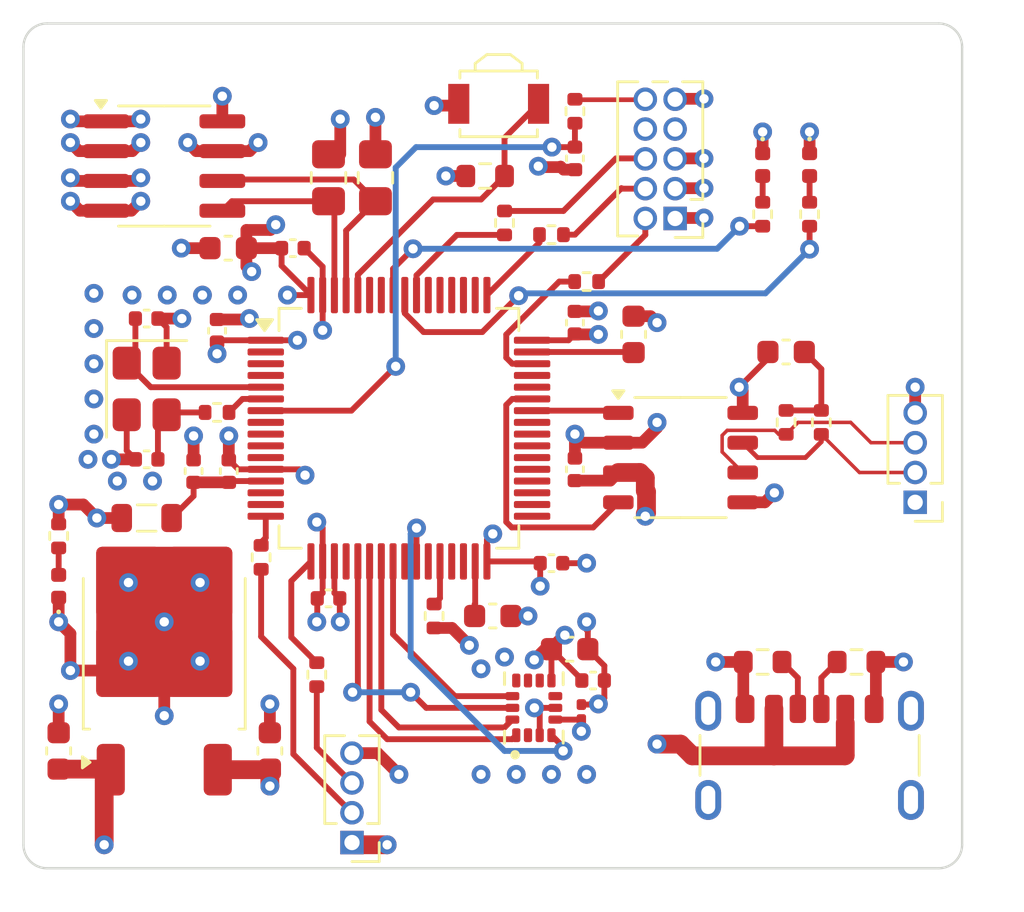
<source format=kicad_pcb>
(kicad_pcb (version 20241229) (generator "pcbnew") (generator_version "9.0")
  (layers (0 "F.Cu" signal) (4 "In1.Cu" power) (6 "In2.Cu" power) (2 "B.Cu" signal) (13 "F.Paste" user) (15 "B.Paste" user) (5 "F.SilkS" user "F.Silkscreen") (7 "B.SilkS" user "B.Silkscreen") (1 "F.Mask" user) (3 "B.Mask" user) (25 "Edge.Cuts" user))
  (net 0 "")
  (net 1 "+3.3V")
  (net 2 "GND")
  (net 3 "+5V")
  (net 4 "+3.3VA")
  (net 5 "HSE_IN")
  (net 6 "/Connectors/CAN1+")
  (net 7 "/Connectors/CAN1-")
  (net 8 "NRST")
  (net 9 "HSE_OUT")
  (net 10 "BOOT0")
  (net 11 "BOOT1")
  (net 12 "SWDIO")
  (net 13 "SWCLK")
  (net 14 "SWO")
  (net 15 "GYRO_INT1")
  (net 16 "GYRO_CS")
  (net 19 "GYRO_MISO")
  (net 23 "GYRO_MOSI")
  (net 24 "GYRO_SCK")
  (net 25 "EEPROM_SCL")
  (net 26 "EEPROM_SDA")
  (net 27 "CAN1_TX")
  (net 28 "CAN1_RX")
  (net 29 "Net-(D3-A)")
  (net 30 "Net-(D4-A)")
  (net 31 "Net-(J2-Pin_3)")
  (net 32 "Net-(J2-Pin_2)")
  (net 33 "USART2_TX")
  (net 34 "USART2_RX")
  (net 35 "STATUS_LED1")
  (net 36 "STATUS_LED2")
  (net 38 "Net-(C31-Pad1)")
  (net 39 "Net-(U200-VCAP_1)")
  (net 40 "Net-(U200-VCAP_2)")
  (net 41 "Net-(C211-Pad1)")
  (net 43 "Net-(J401-Pin_6)")
  (net 44 "Net-(J401-Pin_2)")
  (net 45 "Net-(J401-Pin_10)")
  (net 46 "Net-(J401-Pin_4)")
  (net 79 "Net-(D5-A)")
  (net 81 "Net-(J3-CC1)")
  (net 82 "Net-(J3-CC2)")
  (footprint "Capacitor_SMD:C_0402_1005Metric" (layer "F.Cu") (at 130.8011 105.39526 90)
    (property "Reference" "C207" (hide yes))
    (property "Value" "10n" (hide yes))
  )
  (footprint "Capacitor_SMD:C_0402_1005Metric" (layer "F.Cu") (at 130.3011 99.41526 90)
    (property "Reference" "C201" (hide yes))
    (property "Value" "100n" (hide yes))
  )
  (footprint "Capacitor_SMD:C_0603_1608Metric" (layer "F.Cu") (at 142.0511 111.57026)
    (property "Reference" "C208" (hide yes))
    (property "Value" "2u2" (hide yes))
  )
  (footprint "MountingHole:MountingHole_2mm" (layer "F.Cu") (at 159.5511 110.32026)
    (property "Reference" "H3" (hide yes))
    (property "Value" "MountingHole")
  )
  (footprint "Resistor_SMD:R_0402_1005Metric" (layer "F.Cu") (at 130.3011 102.89526 180)
    (property "Reference" "R200" (hide yes))
    (property "Value" "47" (hide yes))
  )
  (footprint "Capacitor_SMD:C_0402_1005Metric" (layer "F.Cu") (at 133.5311 95.89526)
    (property "Reference" "C205" (hide yes))
    (property "Value" "100n" (hide yes))
  )
  (footprint "Resistor_SMD:R_0603_1608Metric" (layer "F.Cu") (at 141.7261 92.82026 180)
    (property "Reference" "R9" (hide yes))
    (property "Value" "10k" (hide yes))
  )
  (footprint "Connector_PinHeader_1.27mm:PinHeader_1x04_P1.27mm_Vertical" (layer "F.Cu") (at 160.0511 106.72526 180)
    (property "Reference" "J1" (hide yes))
    (property "Value" "pinheader")
  )
  (footprint "Resistor_SMD:R_0402_1005Metric" (layer "F.Cu") (at 154.5511 103.32026 90)
    (property "Reference" "R19" (hide yes))
    (property "Value" "60R")
  )
  (footprint "Capacitor_SMD:C_0603_1608Metric" (layer "F.Cu") (at 132.5511 117.32026 90)
    (property "Reference" "C5" (hide yes))
    (property "Value" "2u2")
  )
  (footprint "Capacitor_SMD:C_0603_1608Metric" (layer "F.Cu") (at 130.7761 95.89526 180)
    (property "Reference" "C200" (hide yes))
    (property "Value" "4u7" (hide yes))
  )
  (footprint "Capacitor_SMD:C_0402_1005Metric" (layer "F.Cu") (at 145.5511 99.07026 90)
    (property "Reference" "C204" (hide yes))
    (property "Value" "100n" (hide yes))
  )
  (footprint "LED_SMD:LED_0402_1005Metric" (layer "F.Cu") (at 123.5511 110.30526 90)
    (property "Reference" "D5" (hide yes))
    (property "Value" "LED")
  )
  (footprint "Resistor_SMD:R_0402_1005Metric" (layer "F.Cu") (at 144.5511 95.32026)
    (property "Reference" "R401" (hide yes))
    (property "Value" "22" (hide yes))
  )
  (footprint "Capacitor_SMD:C_0201_0603Metric" (layer "F.Cu") (at 145.8251 115.66526 90)
    (property "Reference" "C10" (hide yes))
    (property "Value" "10n" (hide yes))
  )
  (footprint "MountingHole:MountingHole_2mm" (layer "F.Cu") (at 159.5511 88.82026)
    (property "Reference" "H1" (hide yes))
    (property "Value" "MountingHole")
  )
  (footprint "Capacitor_SMD:C_0603_1608Metric" (layer "F.Cu") (at 154.5511 100.32026 180)
    (property "Reference" "C31" (hide yes))
    (property "Value" "4n7" (hide yes))
  )
  (footprint "nxp:sot96-1_soic-8" (layer "F.Cu") (at 150.0511 104.82026)
    (property "Reference" "U6" (hide yes))
    (property "Value" "TJA1051T/3" (hide yes))
  )
  (footprint "Button_Switch_SMD:SW_SPST_B3U-3000P-B" (layer "F.Cu") (at 142.3011 89.74526)
    (property "Reference" "SW1" (hide yes))
    (property "Value" "SW_SPST")
  )
  (footprint "Capacitor_SMD:C_0402_1005Metric" (layer "F.Cu") (at 127.3011 104.89526 180)
    (property "Reference" "C211" (hide yes))
    (property "Value" "12p" (hide yes))
  )
  (footprint "Capacitor_SMD:C_0402_1005Metric" (layer "F.Cu") (at 145.5511 105.32026 90)
    (property "Reference" "C2" (hide yes))
    (property "Value" "100n")
  )
  (footprint "Crystal:Crystal_SMD_3225-4Pin_3.2x2.5mm" (layer "F.Cu") (at 127.3011 101.89526 -90)
    (property "Reference" "Y200" (hide yes))
    (property "Value" "16MHz" (hide yes))
  )
  (footprint "Capacitor_SMD:C_0402_1005Metric" (layer "F.Cu") (at 145.5511 92.07026 -90)
    (property "Reference" "C400" (hide yes))
    (property "Value" "100n" (hide yes))
  )
  (footprint "Capacitor_SMD:C_0603_1608Metric" (layer "F.Cu") (at 145.3251 112.98526)
    (property "Reference" "C4" (hide yes))
    (property "Value" "2u2")
  )
  (footprint "Capacitor_SMD:C_0402_1005Metric" (layer "F.Cu") (at 144.5511 109.32026)
    (property "Reference" "C203" (hide yes))
    (property "Value" "100n" (hide yes))
  )
  (footprint "Resistor_SMD:R_0603_1608Metric" (layer "F.Cu") (at 153.5511 113.53026 180)
    (property "Reference" "R2" (hide yes))
    (property "Value" "5k1")
  )
  (footprint "Resistor_SMD:R_0402_1005Metric" (layer "F.Cu") (at 153.5511 94.45026 90)
    (property "Reference" "R14" (hide yes))
    (property "Value" "330R")
  )
  (footprint "Inductor_SMD:L_0805_2012Metric" (layer "F.Cu") (at 127.3011 107.39526 180)
    (property "Reference" "FB200" (hide yes))
    (property "Value" "600 @ 600 MHz" (hide yes))
  )
  (footprint "Resistor_SMD:R_0402_1005Metric" (layer "F.Cu") (at 134.5511 114.07026 90)
    (property "Reference" "R407" (hide yes))
    (property "Value" "22" (hide yes))
  )
  (footprint "Resistor_SMD:R_0805_2012Metric_Pad1.20x1.40mm_HandSolder" (layer "F.Cu") (at 137.0511 92.89526 -90)
    (property "Reference" "R24" (hide yes))
    (property "Value" "1k5")
  )
  (footprint "ICM_42688_P:PQFN50P300X250X97-14N" (layer "F.Cu") (at 143.8011 115.48526 90)
    (property "Reference" "U2" (hide yes))
    (property "Value" "ICM-42688-P" (hide yes))
  )
  (footprint "Capacitor_SMD:C_0603_1608Metric" (layer "F.Cu") (at 123.5511 117.32026 90)
    (property "Reference" "C3" (hide yes))
    (property "Value" "1u" (hide yes))
  )
  (footprint "Resistor_SMD:R_0402_1005Metric" (layer "F.Cu") (at 139.5511 111.57026 -90)
    (property "Reference" "R203" (hide yes))
    (property "Value" "10k" (hide yes))
  )
  (footprint "Resistor_SMD:R_0402_1005Metric" (layer "F.Cu") (at 156.0511 103.32026 90)
    (property "Reference" "R20" (hide yes))
    (property "Value" "60R")
  )
  (footprint "Package_QFP:LQFP-64_10x10mm_P0.5mm" (layer "F.Cu") (at 138.0511 103.57026)
    (property "Reference" "U200" (hide yes))
    (property "Value" "STM32F405RGT6" (hide yes))
  )
  (footprint "Capacitor_SMD:C_0603_1608Metric" (layer "F.Cu") (at 148.0511 99.57026 90)
    (property "Reference" "C209" (hide yes))
    (property "Value" "2u2" (hide yes))
  )
  (footprint "Package_SO:SOIC-8_3.9x4.9mm_P1.27mm" (layer "F.Cu") (at 128.0511 92.39526)
    (property "Reference" "U4" (hide yes))
    (property "Value" "AT24C256" (hide yes))
  )
  (footprint "Resistor_SMD:R_0402_1005Metric" (layer "F.Cu") (at 132.179132 109.07026 90)
    (property "Reference" "R406" (hide yes))
    (property "Value" "22" (hide yes))
  )
  (footprint "Connector_PinHeader_1.27mm:PinHeader_2x05_P1.27mm_Vertical" (layer "F.Cu") (at 149.8211 94.63026 180)
    (property "Reference" "J401" (hide yes))
    (property "Value" "SWD")
  )
  (footprint "Capacitor_SMD:C_0402_1005Metric" (layer "F.Cu") (at 129.3011 105.39526 90)
    (property "Reference" "C206" (hide yes))
    (property "Value" "1u" (hide yes))
  )
  (footprint "MountingHole:MountingHole_2mm" (layer "F.Cu") (at 134.0511 88.32026)
    (property "Reference" "H2" (hide yes))
    (property "Value" "MountingHole")
  )
  (footprint "common:molex_2171750001_usb_c_6p" (layer "F.Cu") (at 155.5511 118.61026)
    (property "Reference" "J3" (hide yes))
    (property "Value" "2171750001")
  )
  (footprint "Resistor_SMD:R_0402_1005Metric" (layer "F.Cu") (at 146.0511 97.32026)
    (property "Reference" "R400" (hide yes))
    (property "Value" "22" (hide yes))
  )
  (footprint "Resistor_SMD:R_0805_2012Metric_Pad1.20x1.40mm_HandSolder" (layer "F.Cu") (at 135.0511 92.89526 -90)
    (property "Reference" "R23" (hide yes))
    (property "Value" "1k5")
  )
  (footprint "Resistor_SMD:R_0402_1005Metric" (layer "F.Cu") (at 155.5511 94.45026 90)
    (property "Reference" "R13" (hide yes))
    (property "Value" "330R")
  )
  (footprint "Resistor_SMD:R_0402_1005Metric" (layer "F.Cu") (at 123.5511 108.16026 -90)
    (property "Reference" "R29" (hide yes))
    (property "Value" "330R")
  )
  (footprint "Capacitor_SMD:C_0402_1005Metric" (layer "F.Cu") (at 146.3251 114.32026)
    (property "Reference" "C1" (hide yes))
    (property "Value" "0.1u" (hide yes))
  )
  (footprint "LED_SMD:LED_0402_1005Metric" (layer "F.Cu") (at 155.5511 92.33526 -90)
    (property "Reference" "D3" (hide yes))
    (property "Value" "LED")
  )
  (footprint "Resistor_SMD:R_0402_1005Metric" (layer "F.Cu") (at 142.5511 94.82026 90)
    (property "Reference" "R402" (hide yes))
    (property "Value" "22" (hide yes))
  )
  (footprint "Capacitor_SMD:C_0402_1005Metric" (layer "F.Cu") (at 127.3011 98.89526)
    (property "Reference" "C210" (hide yes))
    (property "Value" "12p" (hide yes))
  )
  (footprint "Connector_PinHeader_1.27mm:PinHeader_1x04_P1.27mm_Vertical" (layer "F.Cu") (at 136.0511 121.22526 180)
    (property "Reference" "J2" (hide yes))
    (property "Value" "pinheader")
  )
  (footprint "LED_SMD:LED_0402_1005Metric" (layer "F.Cu") (at 153.5511 92.33526 -90)
    (property "Reference" "D4" (hide yes))
    (property "Value" "LED")
  )
  (footprint "Resistor_SMD:R_0603_1608Metric" (layer "F.Cu") (at 157.5511 113.53026)
    (property "Reference" "R1" (hide yes))
    (property "Value" "5k1")
  )
  (footprint "common:to-252-2_dpak-2-leg" (layer "F.Cu") (at 128.0511 113.08026 90)
    (property "Reference" "U1" (hide yes))
    (property "Value" "ld39150dt33-r" (hide yes))
  )
  (footprint "Resistor_SMD:R_0402_1005Metric" (layer "F.Cu") (at 145.5511 90.06026 90)
    (property "Reference" "R403" (hide yes))
    (property "Value" "22" (hide yes))
  )
  (footprint "Capacitor_SMD:C_0402_1005Metric" (layer "F.Cu") (at 135.0511 110.82026 180)
    (property "Reference" "C202" (hide yes))
    (property "Value" "100n" (hide yes))
  )
  (gr_line (start 148.5511 89.57026) (end 145.5511 89.57026) (stroke (width 0.2)) (layer "F.Cu") (net 45))
  (gr_line (start 162.0511 87.32026) (end 162.0511 121.3203) (stroke (width 0.1)) (layer "Edge.Cuts"))
  (gr_line (start 123.0511 122.32026) (end 161.0511 122.32026) (stroke (width 0.1)) (layer "Edge.Cuts"))
  (gr_arc (start 162.0511 121.3203) (mid 161.758201 122.027371) (end 161.0511 122.32026) (stroke (width 0.1)) (layer "Edge.Cuts"))
  (gr_arc (start 122.0511 87.3203) (mid 122.347935 86.60929) (end 123.062154 86.32026) (stroke (width 0.1)) (layer "Edge.Cuts"))
  (gr_line (start 122.0511 87.3203) (end 122.0511 121.331062) (stroke (width 0.1)) (layer "Edge.Cuts"))
  (gr_arc (start 123.0511 122.32026) (mid 122.347831 122.03115) (end 122.0511 121.331062) (stroke (width 0.1)) (layer "Edge.Cuts"))
  (gr_arc (start 161.0511 86.32026) (mid 161.758186 86.613157) (end 162.0511 87.32026) (stroke (width 0.1)) (layer "Edge.Cuts"))
  (gr_line (start 123.062154 86.32026) (end 161.0511 86.32026) (stroke (width 0.1)) (layer "Edge.Cuts"))
  (via (at 143.0511 118.32026) (size 0.8) (drill 0.4) (layers "F.Cu" "B.Cu") (net 0))
  (via (at 126.0511 105.82026) (size 0.8) (drill 0.4) (layers "F.Cu" "B.Cu") (net 0))
  (via (at 124.8011 104.89526) (size 0.8) (drill 0.4) (layers "F.Cu" "B.Cu") (net 0))
  (via (at 127.5511 105.82026) (size 0.8) (drill 0.4) (layers "F.Cu" "B.Cu") (net 0))
  (via (at 146.0511 118.32026) (size 0.8) (drill 0.4) (layers "F.Cu" "B.Cu") (net 0))
  (via (at 141.5511 113.82026) (size 0.8) (drill 0.4) (layers "F.Cu" "B.Cu") (net 0))
  (via (at 131.179132 97.89526) (size 0.8) (drill 0.4) (layers "F.Cu" "B.Cu") (net 0))
  (via (at 141.5511 118.32026) (size 0.8) (drill 0.4) (layers "F.Cu" "B.Cu") (net 0))
  (via (at 129.679132 97.89526) (size 0.8) (drill 0.4) (layers "F.Cu" "B.Cu") (net 0))
  (via (at 125.0511 97.82026) (size 0.8) (drill 0.4) (layers "F.Cu" "B.Cu") (net 0))
  (via (at 128.179132 97.89526) (size 0.8) (drill 0.4) (layers "F.Cu" "B.Cu") (net 0))
  (via (at 142.5511 113.32026) (size 0.8) (drill 0.4) (layers "F.Cu" "B.Cu") (net 0))
  (via (at 144.5511 118.32026) (size 0.8) (drill 0.4) (layers "F.Cu" "B.Cu") (net 0))
  (via (at 126.679132 97.89526) (size 0.8) (drill 0.4) (layers "F.Cu" "B.Cu") (net 0))
  (via (at 125.0511 100.82026) (size 0.8) (drill 0.4) (layers "F.Cu" "B.Cu") (net 0))
  (via (at 125.0511 102.32026) (size 0.8) (drill 0.4) (layers "F.Cu" "B.Cu") (net 0))
  (via (at 125.0511 99.32026) (size 0.8) (drill 0.4) (layers "F.Cu" "B.Cu") (net 0))
  (via (at 125.0511 103.82026) (size 0.8) (drill 0.4) (layers "F.Cu" "B.Cu") (net 0))
  (segment (start 135.3011 109.24526) (end 135.3011 110.59026) (width 0.25) (layer "F.Cu") (net 1))
  (segment (start 135.5511 91.89526) (end 135.5511 90.39526) (width 0.5) (layer "F.Cu") (net 1))
  (segment (start 137.0511 91.89526) (end 137.0511 90.32026) (width 0.5) (layer "F.Cu") (net 1))
  (segment (start 130.3311 118.12026) (end 132.5261 118.12026) (width 0.8) (layer "F.Cu") (net 1))
  (segment (start 132.5761 95.12026) (end 132.8011 94.89526) (width 0.5) (layer "F.Cu") (net 1))
  (segment (start 135.5511 111.82026) (end 135.5311 111.80026) (width 0.25) (layer "F.Cu") (net 1))
  (segment (start 132.3761 99.82026) (end 130.3761 99.82026) (width 0.25) (layer "F.Cu") (net 1))
  (segment (start 123.5511 106.82026) (end 124.604132 106.82026) (width 0.5) (layer "F.Cu") (net 1))
  (segment (start 145.122205 112.387905) (end 144.922455 112.387905) (width 0.25) (layer "F.Cu") (net 1))
  (segment (start 130.3011 100.39526) (end 130.3011 99.89526) (width 0.5) (layer "F.Cu") (net 1))
  (segment (start 134.3011 97.89526) (end 133.3011 97.89526) (width 0.25) (layer "F.Cu") (net 1))
  (segment (start 131.5511 96.67026) (end 131.7761 96.89526) (width 0.5) (layer "F.Cu") (net 1))
  (segment (start 144.922455 112.387905) (end 144.5501 112.76026) (width 0.25) (layer "F.Cu") (net 1))
  (segment (start 133.0511 96.64526) (end 133.0511 95.89526) (width 0.25) (layer "F.Cu") (net 1))
  (segment (start 144.5511 114.32026) (end 144.5511 112.98626) (width 0.25) (layer "F.Cu") (net 1))
  (segment (start 135.3011 110.59026) (end 135.5311 110.82026) (width 0.25) (layer "F.Cu") (net 1))
  (segment (start 125.179132 107.39526) (end 126.2386 107.39526) (width 0.5) (layer "F.Cu") (net 1))
  (segment (start 145.8451 114.28026) (end 144.5501 112.98526) (width 0.25) (layer "F.Cu") (net 1))
  (segment (start 135.5311 110.82026) (end 135.5311 111.80026) (width 0.25) (layer "F.Cu") (net 1))
  (segment (start 123.5511 106.82026) (end 123.5511 107.65026) (width 0.5) (layer "F.Cu") (net 1))
  (segment (start 131.5511 95.12026) (end 132.5761 95.12026) (width 0.5) (layer "F.Cu") (net 1))
  (segment (start 144.273912 112.98526) (end 143.818523 113.440649) (width 0.5) (layer "F.Cu") (net 1))
  (segment (start 132.5511 118.09526) (end 132.5511 118.82026) (width 0.8) (layer "F.Cu") (net 1))
  (segment (start 141.8011 108.32026) (end 142.0511 108.07026) (width 0.25) (layer "F.Cu") (net 1))
  (segment (start 141.8011 109.24526) (end 141.8011 108.32026) (width 0.25) (layer "F.Cu") (net 1))
  (segment (start 144.0711 109.32026) (end 144.0711 110.30026) (width 0.25) (layer "F.Cu") (net 1))
  (segment (start 141.8011 109.24526) (end 143.9961 109.24526) (width 0.25) (layer "F.Cu") (net 1))
  (segment (start 131.5511 95.89526) (end 131.5511 95.12026) (width 0.5) (layer "F.Cu") (net 1))
  (segment (start 146.5511 99.57026) (end 145.5711 99.57026) (width 0.5) (layer "F.Cu") (net 1))
  (segment (start 145.2811 99.82026) (end 145.5511 99.55026) (width 0.25) (layer "F.Cu") (net 1))
  (segment (start 153.6461 106.72526) (end 152.7011 106.72526) (width 0.5) (layer "F.Cu") (net 1))
  (segment (start 139.5511 89.82026) (end 140.5261 89.82026) (width 0.5) (layer "F.Cu") (net 1))
  (segment (start 131.5511 95.89526) (end 133.0511 95.89526) (width 0.5) (layer "F.Cu") (net 1))
  (segment (start 145.8251 115.98526) (end 144.7161 115.98526) (width 0.25) (layer "F.Cu") (net 1))
  (segment (start 130.5261 90.49026) (end 130.5261 89.42026) (width 0.5) (layer "F.Cu") (net 1))
  (segment (start 131.5511 96.67026) (end 131.5511 95.89526) (width 0.5) (layer "F.Cu") (net 1))
  (segment (start 134.3011 97.89526) (end 133.0511 96.64526) (width 0.25) (layer "F.Cu") (net 1))
  (segment (start 132.3761 99.82026) (end 133.7261 99.82026) (width 0.25) (layer "F.Cu") (net 1))
  (segment (start 143.7261 99.82026) (end 145.2811 99.82026) (width 0.25) (layer "F.Cu") (net 1))
  (segment (start 145.8251 115.98526) (end 145.8251 116.48526) (width 0.25) (layer "F.Cu") (net 1))
  (segment (start 154.0511 106.32026) (end 153.6461 106.72526) (width 0.5) (layer "F.Cu") (net 1))
  (segment (start 151.0511 94.61026) (end 149.8411 94.61026) (width 0.5) (layer "F.Cu") (net 1))
  (segment (start 124.604132 106.82026) (end 125.179132 107.39526) (width 0.5) (layer "F.Cu") (net 1))
  (via (at 135.5511 90.39526) (size 0.8) (drill 0.4) (layers "F.Cu" "B.Cu") (net 1))
  (via (at 132.8011 94.89526) (size 0.8) (drill 0.4) (layers "F.Cu" "B.Cu") (net 1))
  (via (at 130.3011 100.39526) (size 0.8) (drill 0.4) (layers "F.Cu" "B.Cu") (net 1))
  (via (at 131.7761 96.89526) (size 0.8) (drill 0.4) (layers "F.Cu" "B.Cu") (net 1))
  (via (at 142.0511 108.07026) (size 0.8) (drill 0.4) (layers "F.Cu" "B.Cu") (net 1))
  (via (at 125.179132 107.39526) (size 0.8) (drill 0.4) (layers "F.Cu" "B.Cu") (net 1))
  (via (at 132.5511 118.82026) (size 0.8) (drill 0.4) (layers "F.Cu" "B.Cu") (net 1))
  (via (at 137.0511 90.32026) (size 0.8) (drill 0.4) (layers "F.Cu" "B.Cu") (net 1))
  (via (at 151.0511 94.61026) (size 0.8) (drill 0.4) (layers "F.Cu" "B.Cu") (net 1))
  (via (at 130.5261 89.42026) (size 0.8) (drill 0.4) (layers "F.Cu" "B.Cu") (net 1))
  (via (at 145.8251 116.48526) (size 0.8) (drill 0.4) (layers "F.Cu" "B.Cu") (net 1))
  (via (at 145.122205 112.387905) (size 0.8) (drill 0.4) (layers "F.Cu" "B.Cu") (net 1))
  (via (at 139.5511 89.82026) (size 0.8) (drill 0.4) (layers "F.Cu" "B.Cu") (net 1))
  (via (at 123.5511 106.82026) (size 0.8) (drill 0.4) (layers "F.Cu" "B.Cu") (net 1))
  (via (at 154.0511 106.32026) (size 0.8) (drill 0.4) (layers "F.Cu" "B.Cu") (net 1))
  (via (at 144.0711 110.30026) (size 0.8) (drill 0.4) (layers "F.Cu" "B.Cu") (net 1))
  (via (at 133.7261 99.82026) (size 0.8) (drill 0.4) (layers "F.Cu" "B.Cu") (net 1))
  (via (at 135.5511 111.82026) (size 0.8) (drill 0.4) (layers "F.Cu" "B.Cu") (net 1))
  (via (at 133.3011 97.89526) (size 0.8) (drill 0.4) (layers "F.Cu" "B.Cu") (net 1))
  (via (at 146.5511 99.57026) (size 0.8) (drill 0.4) (layers "F.Cu" "B.Cu") (net 1))
  (via (at 143.818523 113.440649) (size 0.8) (drill 0.4) (layers "F.Cu" "B.Cu") (net 1))
  (segment (start 145.5511 98.59026) (end 146.5311 98.59026) (width 0.5) (layer "F.Cu") (net 2))
  (segment (start 148.7761 98.79526) (end 149.0511 99.07026) (width 0.5) (layer "F.Cu") (net 2))
  (segment (start 143.5511 111.57026) (end 142.8261 111.57026) (width 0.5) (layer "F.Cu") (net 2))
  (segment (start 144.7161 115.48526) (end 143.8251 115.48526) (width 0.25) (layer "F.Cu") (net 2))
  (segment (start 134.8011 97.89526) (end 134.8011 96.68526) (width 0.25) (layer "F.Cu") (net 2))
  (segment (start 144.218604 92.44126) (end 144.923596 92.44126) (width 0.5) (layer "F.Cu") (net 2))
  (segment (start 133.8011 105.32026) (end 134.0511 105.57026) (width 0.25) (layer "F.Cu") (net 2))
  (segment (start 140.9011 92.82026) (end 140.0511 92.82026) (width 0.5) (layer "F.Cu") (net 2))
  (segment (start 137.1461 117.41526) (end 138.0511 118.32026) (width 0.5) (layer "F.Cu") (net 2))
  (segment (start 130.5261 91.76026) (end 131.6861 91.76026) (width 0.5) (layer "F.Cu") (net 2))
  (segment (start 152.7011 102.91526) (end 152.7011 101.97026) (width 0.5) (layer "F.Cu") (net 2))
  (segment (start 124.1461 90.49026) (end 124.0511 90.39526) (width 0.25) (layer "F.Cu") (net 2))
  (segment (start 125.5761 90.49026) (end 124.1461 90.49026) (width 0.5) (layer "F.Cu") (net 2))
  (segment (start 146.0511 112.16126) (end 146.1001 112.21026) (width 0.25) (layer "F.Cu") (net 2))
  (segment (start 126.8211 104.89526) (end 125.8011 104.89526) (width 0.5) (layer "F.Cu") (net 2))
  (segment (start 134.5511 111.82026) (end 134.5711 111.80026) (width 0.25) (layer "F.Cu") (net 2))
  (segment (start 155.5511 91.85026) (end 155.5511 90.94026) (width 0.5) (layer "F.Cu") (net 2))
  (segment (start 149.0511 103.55026) (end 148.4161 104.18526) (width 0.5) (layer "F.Cu") (net 2))
  (segment (start 126.4511 104.52526) (end 126.8211 104.89526) (width 0.25) (layer "F.Cu") (net 2))
  (segment (start 129.4161 91.76026) (end 129.0511 91.39526) (width 0.5) (layer "F.Cu") (net 2))
  (segment (start 128.1511 99.26526) (end 127.7811 98.89526) (width 0.25) (layer "F.Cu") (net 2))
  (segment (start 146.0511 111.82026) (end 146.0511 112.16126) (width 0.25) (layer "F.Cu") (net 2))
  (segment (start 128.1511 100.79526) (end 128.1511 99.26526) (width 0.25) (layer "F.Cu") (net 2))
  (segment (start 126.9561 90.49026) (end 125.5761 90.49026) (width 0.5) (layer "F.Cu") (net 2))
  (segment (start 146.2101 115.32026) (end 146.1851 115.34526) (width 0.25) (layer "F.Cu") (net 2))
  (segment (start 152.7011 101.97026) (end 152.5511 101.82026) (width 0.5) (layer "F.Cu") (net 2))
  (segment (start 130.8011 104.91526) (end 130.8011 103.89526) (width 0.5) (layer "F.Cu") (net 2))
  (segment (start 139.5511 112.08026) (end 140.3111 112.08026) (width 0.5) (layer "F.Cu") (net 2))
  (segment (start 146.1001 112.21026) (end 146.1001 112.98526) (width 0.25) (layer "F.Cu") (net 2))
  (segment (start 125.5761 93.03026) (end 126.9161 93.03026) (width 0.5) (layer "F.Cu") (net 2))
  (segment (start 132.3761 105.32026) (end 133.8011 105.32026) (width 0.25) (layer "F.Cu") (net 2))
  (segment (start 152.7261 113.53026) (end 151.5511 113.53026) (width 0.5) (layer "F.Cu") (net 2))
  (segment (start 151.0511 92.07026) (end 149.8411 92.07026) (width 0.5) (layer "F.Cu") (net 2))
  (segment (start 145.0711 92.55026) (end 145.5511 92.55026) (width 0.5) (layer "F.Cu") (net 2))
  (segment (start 134.8011 109.24526) (end 134.8011 110.59026) (width 0.25) (layer "F.Cu") (net 2))
  (segment (start 151.0511 89.53026) (end 149.8411 89.53026) (width 0.5) (layer "F.Cu") (net 2))
  (segment (start 152.7261 113.53026) (end 152.7261 115.45526) (width 0.5) (layer "F.Cu") (net 2))
  (segment (start 151.0511 93.34026) (end 149.8411 93.34026) (width 0.5) (layer "F.Cu") (net 2))
  (segment (start 126.9561 90.49026) (end 127.0511 90.39526) (width 0.25) (layer "F.Cu") (net 2))
  (segment (start 153.5511 91.85026) (end 153.5511 90.94026) (width 0.5) (layer "F.Cu") (net 2))
  (segment (start 132.5511 116.54526) (end 132.5511 115.32026) (width 0.5) (layer "F.Cu") (net 2))
  (segment (start 160.0511 101.82026) (end 160.0511 102.91526) (width 0.5) (layer "F.Cu") (net 2))
  (segment (start 158.3761 113.53026) (end 158.3761 115.45526) (width 0.5) (layer "F.Cu") (net 2))
  (segment (start 144.0511 116.65026) (end 144.0511 115.71126) (width 0.25) (layer "F.Cu") (net 2))
  (segment (start 144.923596 92.44126) (end 144.942848 92.422008) (width 0.5) (layer "F.Cu") (net 2))
  (segment (start 126.6861 91.76026) (end 127.0511 91.39526) (width 0.5) (layer "F.Cu") (net 2))
  (segment (start 148.4161 104.18526) (end 147.4011 104.18526) (width 0.5) (layer "F.Cu") (net 2))
  (segment (start 158.3761 113.53026) (end 159.5511 113.53026) (width 0.5) (layer "F.Cu") (net 2))
  (segment (start 134.5711 110.82026) (end 134.5711 111.80026) (width 0.25) (layer "F.Cu") (net 2))
  (segment (start 124.0511 112.32026) (end 123.5511 111.82026) (width 0.5) (layer "F.Cu") (net 2))
  (segment (start 146.8051 113.69026) (end 146.1001 112.98526) (width 0.25) (layer "F.Cu") (net 2))
  (segment (start 123.5511 111.82026) (end 123.5511 110.79026) (width 0.5) (layer "F.Cu") (net 2))
  (segment (start 146.8051 114.32026) (end 146.8051 113.69026) (width 0.25) (layer "F.Cu") (net 2))
  (segment (start 131.6861 91.76026) (end 132.0511 91.39526) (width 0.5) (layer "F.Cu") (net 2))
  (segment (start 126.6461 94.30026) (end 127.0511 93.89526) (width 0.5) (layer "F.Cu") (net 2))
  (segment (start 145.5511 104.54526) (end 145.5511 103.82026) (width 0.5) (layer "F.Cu") (net 2))
  (segment (start 144.942848 92.422008) (end 145.0711 92.55026) (width 0.5) (layer "F.Cu") (net 2))
  (segment (start 124.0511 113.89526) (end 125.9761 113.89526) (width 0.5) (layer "F.Cu") (net 2))
  (segment (start 129.3011 104.91526) (end 129.3011 103.89526) (width 0.5) (layer "F.Cu") (net 2))
  (segment (start 125.5761 94.30026) (end 124.4561 94.30026) (width 0.5) (layer "F.Cu") (net 2))
  (segment (start 125.5761 91.76026) (end 126.6861 91.76026) (width 0.5) (layer "F.Cu") (net 2))
  (segment (start 149.0511 103.32026) (end 149.0511 103.55026) (width 0.5) (layer "F.Cu") (net 2))
  (segment (start 134.8011 107.82026) (end 134.5511 107.57026) (width 0.25) (layer "F.Cu") (net 2))
  (segment (start 153.7761 100.59526) (end 152.5511 101.82026) (width 0.25) (layer "F.Cu") (net 2))
  (segment (start 146.8051 114.32026) (end 146.8051 115.06626) (width 0.25) (layer "F.Cu") (net 2))
  (segment (start 130.0011 95.89526) (end 128.7761 95.89526) (width 0.5) (layer "F.Cu") (net 2))
  (segment (start 146.8051 115.06626) (end 146.5511 115.32026) (width 0.25) (layer "F.Cu") (net 2))
  (segment (start 146.5511 115.32026) (end 146.2101 115.32026) (width 0.25) (layer "F.Cu") (net 2))
  (segment (start 124.0511 113.89526) (end 124.0511 112.32026) (width 0.5) (layer "F.Cu") (net 2))
  (segment (start 140.3111 112.08026) (end 141.0511 112.82026) (width 0.5) (layer "F.Cu") (net 2))
  (segment (start 134.8011 110.59026) (end 134.5711 110.82026) (width 0.25) (layer "F.Cu") (net 2))
  (segment (start 124.4161 91.76026) (end 124.0511 91.39526) (width 0.5) (layer "F.Cu") (net 2))
  (segment (start 131.2061 105.32026) (end 130.8011 104.91526) (width 0.25) (layer "F.Cu") (net 2))
  (segment (start 132.3761 105.32026) (end 131.2061 105.32026) (width 0.25) (layer "F.Cu") (net 2))
  (segment (start 134.8011 96.68526) (end 134.0111 95.89526) (width 0.25) (layer "F.Cu") (net 2))
  (segment (start 129.4161 91.76026) (end 130.5261 91.76026) (width 0.5) (layer "F.Cu") (net 2))
  (segment (start 144.182092 92.404748) (end 144.218604 92.44126) (width 0.5) (layer "F.Cu") (net 2))
  (segment (start 146.0511 109.32026) (end 145.0311 109.32026) (width 0.25) (layer "F.Cu") (net 2))
  (segment (start 134.8011 97.89526) (end 134.8011 99.39526) (width 0.25) (layer "F.Cu") (net 2))
  (segment (start 126.9161 93.03026) (end 127.0511 92.89526) (width 0.25) (layer "F.Cu") (net 2))
  (segment (start 126.4511 102.99526) (end 126.4511 104.52526) (width 0.25) (layer "F.Cu") (net 2))
  (segment (start 143.990917 92.404748) (end 144.182092 92.404748) (width 0.5) (layer "F.Cu") (net 2))
  (segment (start 146.5311 98.59026) (end 146.5511 98.57026) (width 0.5) (layer "F.Cu") (net 2))
  (segment (start 124.1861 93.03026) (end 125.5761 93.03026) (width 0.5) (layer "F.Cu") (net 2))
  (segment (start 124.0511 92.89526) (end 124.1861 93.03026) (width 0.5) (layer "F.Cu") (net 2))
  (segment (start 123.5511 116.54526) (end 123.5511 115.32026) (width 0.5) (layer "F.Cu") (net 2))
  (segment (start 144.0511 115.71126) (end 143.8251 115.48526) (width 0.25) (layer "F.Cu") (net 2))
  (segment (start 131.639132 98.93526) (end 131.679132 98.89526) (width 0.5) (layer "F.Cu") (net 2))
  (segment (start 125.5761 94.30026) (end 126.6461 94.30026) (width 0.5) (layer "F.Cu") (net 2))
  (segment (start 125.5761 91.76026) (end 124.4161 91.76026) (width 0.5) (layer "F.Cu") (net 2))
  (segment (start 146.1851 115.34526) (end 145.8251 115.34526) (width 0.25) (layer "F.Cu") (net 2))
  (segment (start 130.3011 98.93526) (end 131.639132 98.93526) (width 0.5) (layer "F.Cu") (net 2))
  (segment (start 147.4011 104.18526) (end 145.9111 104.18526) (width 0.5) (layer "F.Cu") (net 2))
  (segment (start 128.0511 111.82026) (end 128.0511 115.82026) (width 0.5) (layer "F.Cu") (net 2))
  (segment (start 148.0511 98.79526) (end 148.7761 98.79526) (width 0.5) (layer "F.Cu") (net 2))
  (segment (start 136.0511 117.41526) (end 137.1461 117.41526) (width 0.5) (layer "F.Cu") (net 2))
  (segment (start 127.7811 98.89526) (end 128.8011 98.89526) (width 0.5) (layer "F.Cu") (net 2))
  (segment (start 124.4561 94.30026) (end 124.0511 93.89526) (width 0.5) (layer "F.Cu") (net 2))
  (segment (start 134.8011 109.24526) (end 134.8011 107.82026) (width 0.25) (layer "F.Cu") (net 2))
  (via (at 127.0511 93.89526) (size 0.8) (drill 0.4) (layers "F.Cu" "B.Cu") (net 2))
  (via (at 131.679132 98.89526) (size 0.8) (drill 0.4) (layers "F.Cu" "B.Cu") (net 2))
  (via (at 124.0511 113.89526) (size 0.8) (drill 0.4) (layers "F.Cu" "B.Cu") (net 2))
  (via (at 146.5511 98.57026) (size 0.8) (drill 0.4) (layers "F.Cu" "B.Cu") (net 2))
  (via (at 132.0511 91.39526) (size 0.8) (drill 0.4) (layers "F.Cu" "B.Cu") (net 2))
  (via (at 149.0511 103.32026) (size 0.8) (drill 0.4) (layers "F.Cu" "B.Cu") (net 2))
  (via (at 134.8011 99.39526) (size 0.8) (drill 0.4) (layers "F.Cu" "B.Cu") (net 2))
  (via (at 134.5511 107.57026) (size 0.8) (drill 0.4) (layers "F.Cu" "B.Cu") (net 2))
  (via (at 153.5511 90.94026) (size 0.8) (drill 0.4) (layers "F.Cu" "B.Cu") (net 2))
  (via (at 149.0511 99.07026) (size 0.8) (drill 0.4) (layers "F.Cu" "B.Cu") (net 2))
  (via (at 128.7761 95.89526) (size 0.8) (drill 0.4) (layers "F.Cu" "B.Cu") (net 2))
  (via (at 126.5261 113.49526) (size 0.8) (drill 0.4) (layers "F.Cu" "B.Cu") (net 2))
  (via (at 143.990917 92.404748) (size 0.8) (drill 0.4) (layers "F.Cu" "B.Cu") (net 2))
  (via (at 151.0511 89.53026) (size 0.8) (drill 0.4) (layers "F.Cu" "B.Cu") (net 2))
  (via (at 127.0511 91.39526) (size 0.8) (drill 0.4) (layers "F.Cu" "B.Cu") (net 2))
  (via (at 160.0511 101.82026) (size 0.8) (drill 0.4) (layers "F.Cu" "B.Cu") (net 2))
  (via (at 128.0511 111.82026) (size 0.8) (drill 0.4) (layers "F.Cu" "B.Cu") (net 2))
  (via (at 159.5511 113.53026) (size 0.8) (drill 0.4) (layers "F.Cu" "B.Cu") (net 2))
  (via (at 126.5261 110.14526) (size 0.8) (drill 0.4) (layers "F.Cu" "B.Cu") (net 2))
  (via (at 129.5761 113.49526) (size 0.8) (drill 0.4) (layers "F.Cu" "B.Cu") (net 2))
  (via (at 123.5511 115.32026) (size 0.8) (drill 0.4) (layers "F.Cu" "B.Cu") (net 2))
  (via (at 127.0511 90.39526) (size 0.8) (drill 0.4) (layers "F.Cu" "B.Cu") (net 2))
  (via (at 145.5511 103.82026) (size 0.8) (drill 0.4) (layers "F.Cu" "B.Cu") (net 2))
  (via (at 151.5511 113.53026) (size 0.8) (drill 0.4) (layers "F.Cu" "B.Cu") (net 2))
  (via (at 124.0511 91.39526) (size 0.8) (drill 0.4) (layers "F.Cu" "B.Cu") (net 2))
  (via (at 140.0511 92.82026) (size 0.8) (drill 0.4) (layers "F.Cu" "B.Cu") (net 2))
  (via (at 124.0511 90.39526) (size 0.8) (drill 0.4) (layers "F.Cu" "B.Cu") (net 2))
  (via (at 146.5511 115.32026) (size 0.8) (drill 0.4) (layers "F.Cu" "B.Cu") (net 2))
  (via (at 127.0511 92.89526) (size 0.8) (drill 0.4) (layers "F.Cu" "B.Cu") (net 2))
  (via (at 143.8251 115.48526) (size 0.8) (drill 0.4) (layers "F.Cu" "B.Cu") (net 2))
  (via (at 132.5511 115.32026) (size 0.8) (drill 0.4) (layers "F.Cu" "B.Cu") (net 2))
  (via (at 134.5511 111.82026) (size 0.8) (drill 0.4) (layers "F.Cu" "B.Cu") (net 2))
  (via (at 134.0511 105.57026) (size 0.8) (drill 0.4) (layers "F.Cu" "B.Cu") (net 2))
  (via (at 151.0511 93.34026) (size 0.8) (drill 0.4) (layers "F.Cu" "B.Cu") (net 2))
  (via (at 125.8011 104.89526) (size 0.8) (drill 0.4) (layers "F.Cu" "B.Cu") (net 2))
  (via (at 152.5511 101.82026) (size 0.8) (drill 0.4) (layers "F.Cu" "B.Cu") (net 2))
  (via (at 128.0511 115.82026) (size 0.8) (drill 0.4) (layers "F.Cu" "B.Cu") (net 2))
  (via (at 129.0511 91.39526) (size 0.8) (drill 0.4) (layers "F.Cu" "B.Cu") (net 2))
  (via (at 141.0511 112.82026) (size 0.8) (drill 0.4) (layers "F.Cu" "B.Cu") (net 2))
  (via (at 128.8011 98.89526) (size 0.8) (drill 0.4) (layers "F.Cu" "B.Cu") (net 2))
  (via (at 123.5511 111.82026) (size 0.8) (drill 0.4) (layers "F.Cu" "B.Cu") (net 2))
  (via (at 151.0511 92.07026) (size 0.8) (drill 0.4) (layers "F.Cu" "B.Cu") (net 2))
  (via (at 124.0511 93.89526) (size 0.8) (drill 0.4) (layers "F.Cu" "B.Cu") (net 2))
  (via (at 129.5761 110.14526) (size 0.8) (drill 0.4) (layers "F.Cu" "B.Cu") (net 2))
  (via (at 146.0511 109.32026) (size 0.8) (drill 0.4) (layers "F.Cu" "B.Cu") (net 2))
  (via (at 143.5511 111.57026) (size 0.8) (drill 0.4) (layers "F.Cu" "B.Cu") (net 2))
  (via (at 129.3011 103.89526) (size 0.8) (drill 0.4) (layers "F.Cu" "B.Cu") (net 2))
  (via (at 124.0511 92.89526) (size 0.8) (drill 0.4) (layers "F.Cu" "B.Cu") (net 2))
  (via (at 130.8011 103.89526) (size 0.8) (drill 0.4) (layers "F.Cu" "B.Cu") (net 2))
  (via (at 155.5511 90.94026) (size 0.8) (drill 0.4) (layers "F.Cu" "B.Cu") (net 2))
  (via (at 138.0511 118.32026) (size 0.8) (drill 0.4) (layers "F.Cu" "B.Cu") (net 2))
  (via (at 146.0511 111.82026) (size 0.8) (drill 0.4) (layers "F.Cu" "B.Cu") (net 2))
  (segment (start 125.4911 118.12026) (end 125.4911 121.32026) (width 0.8) (layer "F.Cu") (net 3))
  (segment (start 150.0511 117.03026) (end 149.0511 117.03026) (width 0.8) (layer "F.Cu") (net 3))
  (segment (start 148.5511 106.229738) (end 148.5511 105.68526) (width 0.8) (layer "F.Cu") (net 3))
  (segment (start 154.0311 117.53026) (end 150.5511 117.53026) (width 0.8) (layer "F.Cu") (net 3))
  (segment (start 154.0311 115.53026) (end 154.0311 117.53026) (width 0.8) (layer "F.Cu") (net 3))
  (segment (start 148.5511 107.220782) (end 148.6021 107.169782) (width 0.8) (layer "F.Cu") (net 3))
  (segment (start 145.5511 105.80026) (end 147.0561 105.80026) (width 0.5) (layer "F.Cu") (net 3))
  (segment (start 150.5511 117.53026) (end 150.0511 117.03026) (width 0.8) (layer "F.Cu") (net 3))
  (segment (start 148.5511 105.68526) (end 148.3211 105.45526) (width 0.8) (layer "F.Cu") (net 3))
  (segment (start 147.0561 105.80026) (end 147.4011 105.45526) (width 0.5) (layer "F.Cu") (net 3))
  (segment (start 137.5511 121.32026) (end 136.1461 121.32026) (width 0.8) (layer "F.Cu") (net 3))
  (segment (start 148.6021 107.169782) (end 148.6021 106.280738) (width 0.8) (layer "F.Cu") (net 3))
  (segment (start 157.0511 117.53026) (end 157.0711 117.51026) (width 0.8) (layer "F.Cu") (net 3))
  (segment (start 123.5511 118.09526) (end 125.7461 118.09526) (width 0.8) (layer "F.Cu") (net 3))
  (segment (start 157.0711 117.51026) (end 157.0711 116.13026) (width 0.8) (layer "F.Cu") (net 3))
  (segment (start 157.0711 115.53026) (end 157.0711 116.13026) (width 0.25) (layer "F.Cu") (net 3))
  (segment (start 148.6021 106.280738) (end 148.5511 106.229738) (width 0.8) (layer "F.Cu") (net 3))
  (segment (start 154.0311 117.53026) (end 157.0511 117.53026) (width 0.8) (layer "F.Cu") (net 3))
  (segment (start 148.3211 105.45526) (end 147.4011 105.45526) (width 0.8) (layer "F.Cu") (net 3))
  (segment (start 148.5511 107.32026) (end 148.5511 107.220782) (width 0.8) (layer "F.Cu") (net 3))
  (via (at 125.4911 121.32026) (size 0.8) (drill 0.4) (layers "F.Cu" "B.Cu") (net 3))
  (via (at 149.0511 117.03026) (size 0.8) (drill 0.4) (layers "F.Cu" "B.Cu") (net 3))
  (via (at 137.5511 121.32026) (size 0.8) (drill 0.4) (layers "F.Cu" "B.Cu") (net 3))
  (via (at 148.5511 107.32026) (size 0.8) (drill 0.4) (layers "F.Cu" "B.Cu") (net 3))
  (segment (start 132.3761 105.82026) (end 130.8561 105.82026) (width 0.25) (layer "F.Cu") (net 4))
  (segment (start 129.3011 105.87526) (end 129.3011 106.45776) (width 0.25) (layer "F.Cu") (net 4))
  (segment (start 129.3011 106.45776) (end 128.3636 107.39526) (width 0.25) (layer "F.Cu") (net 4))
  (segment (start 130.8011 105.87526) (end 129.3011 105.87526) (width 0.5) (layer "F.Cu") (net 4))
  (segment (start 126.8211 98.89526) (end 126.8211 100.42526) (width 0.25) (layer "F.Cu") (net 5))
  (segment (start 127.4761 101.82026) (end 126.4511 100.79526) (width 0.25) (layer "F.Cu") (net 5))
  (segment (start 132.3761 101.82026) (end 127.4761 101.82026) (width 0.25) (layer "F.Cu") (net 5))
  (segment (start 152.7011 104.18526) (end 153.3361 104.82026) (width 0.2) (layer "F.Cu") (net 6))
  (segment (start 155.3761 104.82026) (end 156.0511 104.14526) (width 0.2) (layer "F.Cu") (net 6))
  (segment (start 156.0511 104.14526) (end 156.0511 103.83026) (width 0.2) (layer "F.Cu") (net 6))
  (segment (start 160.0511 105.45526) (end 157.6761 105.45526) (width 0.15) (layer "F.Cu") (net 6))
  (segment (start 157.6761 105.45526) (end 156.0511 103.83026) (width 0.15) (layer "F.Cu") (net 6))
  (segment (start 153.3361 104.82026) (end 155.3761 104.82026) (width 0.2) (layer "F.Cu") (net 6))
  (segment (start 155.0611 103.32026) (end 157.3011 103.32026) (width 0.15) (layer "F.Cu") (net 7))
  (segment (start 151.8251 104.57926) (end 151.8251 103.875358) (width 0.15) (layer "F.Cu") (net 7))
  (segment (start 152.041198 103.65926) (end 154.0651 103.65926) (width 0.15) (layer "F.Cu") (net 7))
  (segment (start 157.3011 103.32026) (end 158.1661 104.18526) (width 0.15) (layer "F.Cu") (net 7))
  (segment (start 151.8251 103.875358) (end 152.041198 103.65926) (width 0.15) (layer "F.Cu") (net 7))
  (segment (start 154.0651 103.65926) (end 154.2361 103.83026) (width 0.15) (layer "F.Cu") (net 7))
  (segment (start 152.7011 105.45526) (end 151.8251 104.57926) (width 0.15) (layer "F.Cu") (net 7))
  (segment (start 158.1661 104.18526) (end 160.0511 104.18526) (width 0.15) (layer "F.Cu") (net 7))
  (segment (start 154.5511 103.83026) (end 155.0611 103.32026) (width 0.15) (layer "F.Cu") (net 7))
  (segment (start 154.2361 103.83026) (end 154.5511 103.83026) (width 0.15) (layer "F.Cu") (net 7))
  (segment (start 136.0271 102.82026) (end 137.9141 100.93326) (width 0.25) (layer "F.Cu") (net 8))
  (segment (start 145.5511 91.59026) (end 144.5711 91.59026) (width 0.25) (layer "F.Cu") (net 8))
  (segment (start 145.5511 90.57026) (end 145.5511 91.59026) (width 0.25) (layer "F.Cu") (net 8))
  (segment (start 132.3761 102.82026) (end 136.0271 102.82026) (width 0.25) (layer "F.Cu") (net 8))
  (via (at 137.9141 100.93326) (size 0.8) (drill 0.4) (layers "F.Cu" "B.Cu") (net 8))
  (via (at 144.5711 91.59026) (size 0.8) (drill 0.4) (layers "F.Cu" "B.Cu") (net 8))
  (segment (start 138.7811 91.59026) (end 137.9141 92.45726) (width 0.25) (layer "B.Cu") (net 8))
  (segment (start 137.9141 92.45726) (end 137.9141 100.93326) (width 0.25) (layer "B.Cu") (net 8))
  (segment (start 144.5711 91.59026) (end 138.7811 91.59026) (width 0.25) (layer "B.Cu") (net 8))
  (segment (start 131.3861 102.32026) (end 130.8111 102.89526) (width 0.25) (layer "F.Cu") (net 9))
  (segment (start 132.3761 102.32026) (end 131.3861 102.32026) (width 0.25) (layer "F.Cu") (net 9))
  (segment (start 142.5511 92.82026) (end 141.5511 93.82026) (width 0.25) (layer "F.Cu") (net 10))
  (segment (start 139.507922 93.82026) (end 136.3011 97.027082) (width 0.25) (layer "F.Cu") (net 10))
  (segment (start 141.5511 93.82026) (end 139.507922 93.82026) (width 0.25) (layer "F.Cu") (net 10))
  (segment (start 136.3011 97.027082) (end 136.3011 97.89526) (width 0.25) (layer "F.Cu") (net 10))
  (segment (start 142.5511 91.19526) (end 142.5511 92.82026) (width 0.25) (layer "F.Cu") (net 10))
  (segment (start 144.0011 89.74526) (end 142.5511 91.19526) (width 0.25) (layer "F.Cu") (net 10))
  (segment (start 139.8011 110.81026) (end 139.5511 111.06026) (width 0.25) (layer "F.Cu") (net 11))
  (segment (start 139.8011 109.24526) (end 139.8011 110.81026) (width 0.25) (layer "F.Cu") (net 11))
  (segment (start 142.881922 100.82026) (end 143.7261 100.82026) (width 0.25) (layer "F.Cu") (net 12))
  (segment (start 145.5411 97.32026) (end 144.881922 97.32026) (width 0.25) (layer "F.Cu") (net 12))
  (segment (start 142.6251 99.577082) (end 142.6251 100.563438) (width 0.25) (layer "F.Cu") (net 12))
  (segment (start 144.881922 97.32026) (end 142.6251 99.577082) (width 0.25) (layer "F.Cu") (net 12))
  (segment (start 142.6251 100.563438) (end 142.881922 100.82026) (width 0.25) (layer "F.Cu") (net 12))
  (segment (start 144.0411 95.32026) (end 144.0411 95.65526) (width 0.25) (layer "F.Cu") (net 13))
  (segment (start 144.0411 95.65526) (end 141.8011 97.89526) (width 0.25) (layer "F.Cu") (net 13))
  (segment (start 142.5511 95.33026) (end 140.521922 95.33026) (width 0.25) (layer "F.Cu") (net 14))
  (segment (start 140.521922 95.33026) (end 138.8011 97.051082) (width 0.25) (layer "F.Cu") (net 14))
  (segment (start 138.8011 97.051082) (end 138.8011 97.89526) (width 0.25) (layer "F.Cu") (net 14))
  (segment (start 144.5511 116.65026) (end 145.0511 117.15026) (width 0.25) (layer "F.Cu") (net 15))
  (segment (start 144.5511 116.65026) (end 144.8251 116.92426) (width 0.25) (layer "F.Cu") (net 15))
  (segment (start 145.0511 117.15026) (end 145.0511 117.32026) (width 0.25) (layer "F.Cu") (net 15))
  (segment (start 138.8011 109.24526) (end 138.8011 107.82026) (width 0.25) (layer "F.Cu") (net 15))
  (via (at 138.8011 107.82026) (size 0.8) (drill 0.4) (layers "F.Cu" "B.Cu") (net 15))
  (via (at 145.0511 117.32026) (size 0.8) (drill 0.4) (layers "F.Cu" "B.Cu") (net 15))
  (segment (start 138.5511 108.07026) (end 138.8011 107.82026) (width 0.25) (layer "B.Cu") (net 15))
  (segment (start 142.5511 117.32026) (end 138.5511 113.32026) (width 0.25) (layer "B.Cu") (net 15))
  (segment (start 138.5511 113.32026) (end 138.5511 108.07026) (width 0.25) (layer "B.Cu") (net 15))
  (segment (start 145.0511 117.32026) (end 142.5511 117.32026) (width 0.25) (layer "B.Cu") (net 15))
  (segment (start 142.8861 114.98526) (end 140.43938 114.98526) (width 0.25) (layer "F.Cu") (net 16))
  (segment (start 137.8011 112.34698) (end 137.8011 109.24526) (width 0.25) (layer "F.Cu") (net 16))
  (segment (start 140.43938 114.98526) (end 137.8011 112.34698) (width 0.25) (layer "F.Cu") (net 16))
  (segment (start 143.0511 116.65026) (end 142.8811 116.82026) (width 0.25) (layer "F.Cu") (net 19))
  (segment (start 142.8811 116.82026) (end 137.5511 116.82026) (width 0.25) (layer "F.Cu") (net 19))
  (segment (start 136.8011 116.07026) (end 136.8011 109.24526) (width 0.25) (layer "F.Cu") (net 19))
  (segment (start 137.5511 116.82026) (end 136.8011 116.07026) (width 0.25) (layer "F.Cu") (net 19))
  (segment (start 137.3011 115.57026) (end 137.3011 109.24526) (width 0.25) (layer "F.Cu") (net 23))
  (segment (start 142.8861 115.98526) (end 142.5511 116.32026) (width 0.25) (layer "F.Cu") (net 23))
  (segment (start 138.0511 116.32026) (end 137.3011 115.57026) (width 0.25) (layer "F.Cu") (net 23))
  (segment (start 142.5511 116.32026) (end 138.0511 116.32026) (width 0.25) (layer "F.Cu") (net 23))
  (segment (start 136.0761 114.82026) (end 136.3011 114.59526) (width 0.25) (layer "F.Cu") (net 24))
  (segment (start 136.3011 114.59526) (end 136.3011 109.24526) (width 0.25) (layer "F.Cu") (net 24))
  (segment (start 142.8861 115.48526) (end 139.2161 115.48526) (width 0.25) (layer "F.Cu") (net 24))
  (segment (start 139.2161 115.48526) (end 138.5511 114.82026) (width 0.25) (layer "F.Cu") (net 24))
  (via (at 136.0761 114.82026) (size 0.8) (drill 0.4) (layers "F.Cu" "B.Cu") (net 24))
  (via (at 138.5511 114.82026) (size 0.8) (drill 0.4) (layers "F.Cu" "B.Cu") (net 24))
  (segment (start 136.0761 114.82026) (end 138.5511 114.82026) (width 0.25) (layer "B.Cu") (net 24))
  (segment (start 137.0511 93.89526) (end 135.8011 95.14526) (width 0.25) (layer "F.Cu") (net 25))
  (segment (start 135.8011 95.14526) (end 135.8011 97.89526) (width 0.25) (layer "F.Cu") (net 25))
  (segment (start 136.1251 92.96926) (end 137.0511 93.89526) (width 0.25) (layer "F.Cu") (net 25))
  (segment (start 130.5871 92.96926) (end 136.1251 92.96926) (width 0.25) (layer "F.Cu") (net 25))
  (segment (start 130.5261 94.30026) (end 130.9311 93.89526) (width 0.25) (layer "F.Cu") (net 26))
  (segment (start 130.9311 93.89526) (end 135.0511 93.89526) (width 0.25) (layer "F.Cu") (net 26))
  (segment (start 135.3011 97.89526) (end 135.3011 94.14526) (width 0.25) (layer "F.Cu") (net 26))
  (segment (start 147.3061 102.82026) (end 143.7261 102.82026) (width 0.25) (layer "F.Cu") (net 27))
  (segment (start 146.3301 107.79626) (end 147.4011 106.72526) (width 0.25) (layer "F.Cu") (net 28))
  (segment (start 142.6251 102.577082) (end 142.6251 107.563438) (width 0.25) (layer "F.Cu") (net 28))
  (segment (start 143.7261 102.32026) (end 142.881922 102.32026) (width 0.25) (layer "F.Cu") (net 28))
  (segment (start 142.881922 102.32026) (end 142.6251 102.577082) (width 0.25) (layer "F.Cu") (net 28))
  (segment (start 142.857922 107.79626) (end 146.3301 107.79626) (width 0.25) (layer "F.Cu") (net 28))
  (segment (start 142.6251 107.563438) (end 142.857922 107.79626) (width 0.25) (layer "F.Cu") (net 28))
  (segment (start 155.5511 93.94026) (end 155.5511 92.82026) (width 0.25) (layer "F.Cu") (net 29))
  (segment (start 153.5511 93.94026) (end 153.5511 92.82026) (width 0.25) (layer "F.Cu") (net 30))
  (segment (start 136.0511 118.68526) (end 134.5511 117.18526) (width 0.25) (layer "F.Cu") (net 31))
  (segment (start 134.5511 117.18526) (end 134.5511 114.58026) (width 0.25) (layer "F.Cu") (net 31))
  (segment (start 133.5511 117.45526) (end 133.5511 113.82026) (width 0.25) (layer "F.Cu") (net 32))
  (segment (start 133.5511 113.82026) (end 132.179132 112.448292) (width 0.25) (layer "F.Cu") (net 32))
  (segment (start 132.179132 112.448292) (end 132.179132 109.58026) (width 0.25) (layer "F.Cu") (net 32))
  (segment (start 136.0511 119.95526) (end 133.5511 117.45526) (width 0.25) (layer "F.Cu") (net 32))
  (segment (start 132.3761 108.23526) (end 132.0511 108.56026) (width 0.25) (layer "F.Cu") (net 33))
  (segment (start 132.3761 107.32026) (end 132.3761 108.23526) (width 0.25) (layer "F.Cu") (net 33))
  (segment (start 133.4651 110.08126) (end 133.4651 112.47426) (width 0.25) (layer "F.Cu") (net 34))
  (segment (start 134.3011 109.24526) (end 133.4651 110.08126) (width 0.25) (layer "F.Cu") (net 34))
  (segment (start 133.4651 112.47426) (end 134.5511 113.56026) (width 0.25) (layer "F.Cu") (net 34))
  (segment (start 141.602617 99.471775) (end 139.102616 99.471775) (width 0.25) (layer "F.Cu") (net 35))
  (segment (start 155.5511 94.96026) (end 155.5511 95.94026) (width 0.25) (layer "F.Cu") (net 35))
  (segment (start 143.152616 97.921776) (end 141.602617 99.471775) (width 0.25) (layer "F.Cu") (net 35))
  (segment (start 139.102616 99.471775) (end 138.3011 98.670259) (width 0.25) (layer "F.Cu") (net 35))
  (segment (start 138.3011 98.670259) (end 138.3011 97.89526) (width 0.25) (layer "F.Cu") (net 35))
  (via (at 155.5511 95.94026) (size 0.8) (drill 0.4) (layers "F.Cu" "B.Cu") (net 35))
  (via (at 143.152616 97.921776) (size 0.8) (drill 0.4) (layers "F.Cu" "B.Cu") (net 35))
  (segment (start 153.6711 97.82026) (end 155.5511 95.94026) (width 0.25) (layer "B.Cu") (net 35))
  (segment (start 143.254132 97.82026) (end 153.6711 97.82026) (width 0.25) (layer "B.Cu") (net 35))
  (segment (start 143.152616 97.921776) (end 143.254132 97.82026) (width 0.25) (layer "B.Cu") (net 35))
  (segment (start 138.652616 95.921776) (end 137.8011 96.773292) (width 0.25) (layer "F.Cu") (net 36))
  (segment (start 152.5711 94.96026) (end 153.5511 94.96026) (width 0.25) (layer "F.Cu") (net 36))
  (segment (start 137.8011 96.773292) (end 137.8011 97.89526) (width 0.25) (layer "F.Cu") (net 36))
  (via (at 152.5711 94.96026) (size 0.8) (drill 0.4) (layers "F.Cu" "B.Cu") (net 36))
  (via (at 138.652616 95.921776) (size 0.8) (drill 0.4) (layers "F.Cu" "B.Cu") (net 36))
  (segment (start 151.609584 95.921776) (end 138.652616 95.921776) (width 0.25) (layer "B.Cu") (net 36))
  (segment (start 152.5711 94.96026) (end 151.609584 95.921776) (width 0.25) (layer "B.Cu") (net 36))
  (segment (start 156.0511 102.81026) (end 156.0511 101.04526) (width 0.25) (layer "F.Cu") (net 38))
  (segment (start 156.0511 101.04526) (end 155.3261 100.32026) (width 0.25) (layer "F.Cu") (net 38))
  (segment (start 154.5511 102.81026) (end 156.0511 102.81026) (width 0.25) (layer "F.Cu") (net 38))
  (segment (start 141.3011 111.04526) (end 141.2761 111.07026) (width 0.25) (layer "F.Cu") (net 39))
  (segment (start 141.3011 109.24526) (end 141.3011 111.04526) (width 0.25) (layer "F.Cu") (net 39))
  (segment (start 143.7261 100.32026) (end 148.0261 100.32026) (width 0.25) (layer "F.Cu") (net 40))
  (segment (start 129.7911 102.89526) (end 128.2511 102.89526) (width 0.25) (layer "F.Cu") (net 41))
  (segment (start 127.7811 104.89526) (end 127.7811 103.36526) (width 0.25) (layer "F.Cu") (net 41))
  (segment (start 147.3011 92.07026) (end 145.0611 94.31026) (width 0.25) (layer "F.Cu") (net 43))
  (segment (start 145.0611 94.31026) (end 142.5511 94.31026) (width 0.25) (layer "F.Cu") (net 43))
  (segment (start 148.5511 92.07026) (end 147.3011 92.07026) (width 0.25) (layer "F.Cu") (net 43))
  (segment (start 148.5511 94.61026) (end 148.5511 95.33026) (width 0.25) (layer "F.Cu") (net 44))
  (segment (start 148.5511 95.33026) (end 146.5611 97.32026) (width 0.25) (layer "F.Cu") (net 44))
  (segment (start 147.5511 93.36026) (end 148.5511 93.36026) (width 0.25) (layer "F.Cu") (net 46))
  (segment (start 145.5511 95.32026) (end 145.0611 95.32026) (width 0.25) (layer "F.Cu") (net 46))
  (segment (start 147.5311 93.34026) (end 147.5511 93.36026) (width 0.25) (layer "F.Cu") (net 46))
  (segment (start 147.5311 93.34026) (end 145.5511 95.32026) (width 0.25) (layer "F.Cu") (net 46))
  (segment (start 123.5511 109.82026) (end 123.5511 108.67026) (width 0.25) (layer "F.Cu") (net 79))
  (segment (start 154.3761 113.53026) (end 155.0511 114.20526) (width 0.25) (layer "F.Cu") (net 81))
  (segment (start 155.0511 114.20526) (end 155.0511 115.53026) (width 0.25) (layer "F.Cu") (net 81))
  (segment (start 156.0511 114.20526) (end 156.0511 115.53026) (width 0.25) (layer "F.Cu") (net 82))
  (segment (start 156.7261 113.53026) (end 156.0511 114.20526) (width 0.25) (layer "F.Cu") (net 82))
)
</source>
